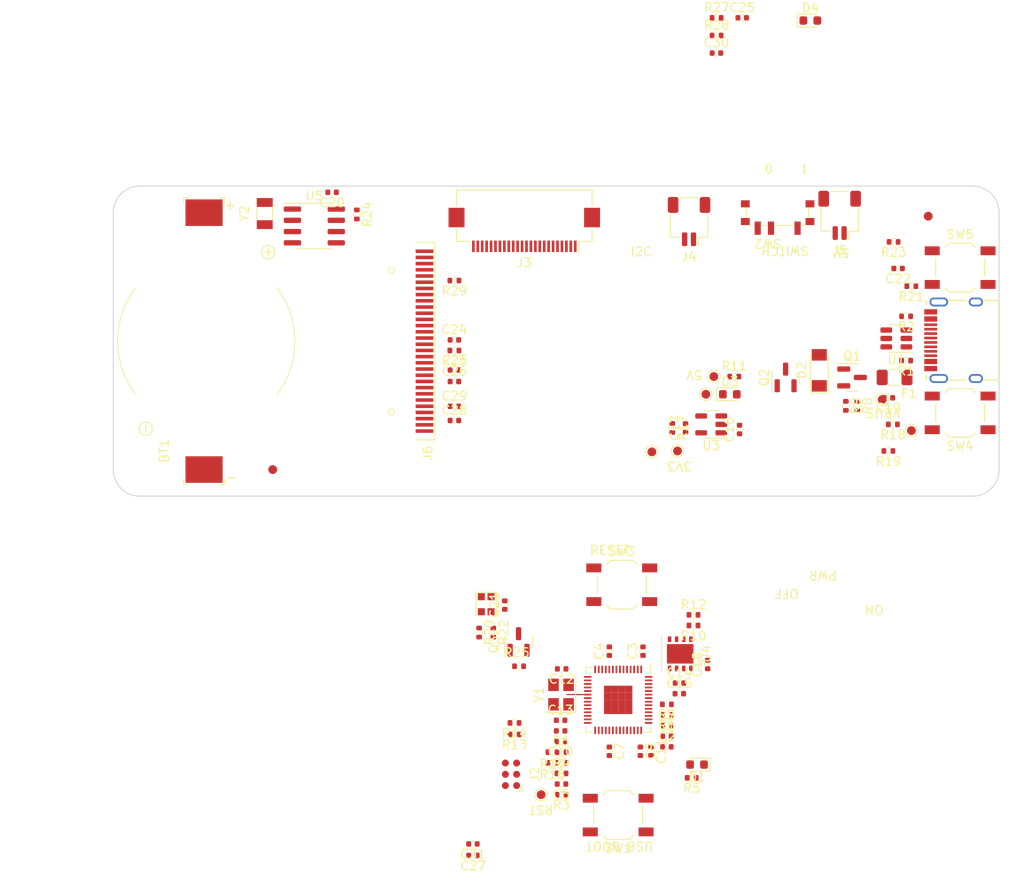
<source format=kicad_pcb>
(kicad_pcb (version 20211014) (generator pcbnew)
  (layers (0 "F.Cu" signal) (31 "B.Cu" signal) (34 "B.Paste" user) (35 "F.Paste" user) (36 "B.SilkS" user "B.Silkscreen") (37 "F.SilkS" user "F.Silkscreen") (38 "B.Mask" user) (39 "F.Mask" user) (44 "Edge.Cuts" user))
  (net 0 "")
  (net 1 "+3V3")
  (net 2 "GND")
  (net 3 "/PAGE2/~{RESET}")
  (net 4 "Net-(C10-Pad1)")
  (net 5 "Net-(C13-Pad2)")
  (net 6 "Net-(C12-Pad2)")
  (net 7 "+5V")
  (net 8 "BUTTON_0")
  (net 9 "Net-(BT1-Pad1)")
  (net 10 "BUTTON_1")
  (net 11 "/PAGE3/OLED_RST")
  (net 12 "Net-(C28-Pad2)")
  (net 13 "Net-(C29-Pad1)")
  (net 14 "Net-(C29-Pad2)")
  (net 15 "Net-(C27-Pad2)")
  (net 16 "Net-(C28-Pad1)")
  (net 17 "Net-(C31-Pad2)")
  (net 18 "GPIO26_ADC0_LDR")
  (net 19 "Net-(D1-Pad2)")
  (net 20 "Net-(D2-Pad1)")
  (net 21 "Net-(D2-Pad2)")
  (net 22 "Net-(D3-Pad2)")
  (net 23 "Net-(D4-Pad2)")
  (net 24 "Net-(F1-Pad1)")
  (net 25 "VBUS")
  (net 26 "/PAGE2/PROG1")
  (net 27 "/PAGE2/UART0_TX")
  (net 28 "/PAGE2/UART0_RX")
  (net 29 "/PAGE2/PROG2")
  (net 32 "PPS")
  (net 33 "GPIO10")
  (net 34 "GPIO11")
  (net 35 "GPIO2")
  (net 36 "GPIO3")
  (net 37 "GPIO4")
  (net 38 "GPIO5")
  (net 39 "GPIO6")
  (net 40 "GPIO7")
  (net 41 "GPIO8")
  (net 42 "/PAGE3/WS2812_DOUT")
  (net 43 "GPIO27_ADC1")
  (net 44 "GPIO28_ADC2")
  (net 45 "I2C_SDA")
  (net 46 "I2C_SCL")
  (net 47 "Net-(J1-PadA5)")
  (net 48 "Net-(J1-PadB5)")
  (net 49 "Net-(J4-Pad2)")
  (net 50 "/PAGE2/USB_D-")
  (net 51 "/PAGE2/D-")
  (net 52 "/PAGE2/USB_D+")
  (net 53 "/PAGE2/D+")
  (net 54 "PWR_OFF_SW_N")
  (net 55 "/PAGE2/~{QSPI_CS}")
  (net 56 "/PAGE2/USBBOOT")
  (net 57 "GPIO9")
  (net 59 "/PAGE2/SWCLK")
  (net 61 "/PAGE2/SWDIO")
  (net 62 "Net-(J6-Pad26)")
  (net 63 "WS2812_RGB_LED")
  (net 64 "Net-(D5-Pad3)")
  (net 65 "Net-(Q3-Pad3)")
  (net 69 "/PAGE2/QSPI_SD1")
  (net 70 "/PAGE2/QSPI_SD2")
  (net 71 "/PAGE2/QSPI_SD0")
  (net 72 "/PAGE2/QSPI_SCLK")
  (net 73 "/PAGE2/QSPI_SD3")
  (net 74 "Net-(U5-Pad1)")
  (net 75 "Net-(U5-Pad2)")
  (net 76 "Net-(R3-Pad1)")
  (net 77 "Net-(R21-Pad1)")
  (net 78 "/PAGE2/GPIO25_LED")
  (net 79 "Net-(R18-Pad1)")
  (net 80 "GPIO12_PPS")
  (net 81 "GPIO13_WS2812_RGB_LED")
  (net 82 "GPIO14_BUTTON_0")
  (net 83 "GPIO15_BUTTON_1")
  (net 84 "GPIO18")
  (net 85 "GPIO19")
  (net 86 "GPIO20")
  (net 87 "GPIO21")
  (net 88 "GPIO22")
  (net 89 "GPIO23")
  (net 90 "GPIO24")
  (net 91 "GPIO29_ADC3")
  (footprint "ftp:JLC_Tooling_Hole" (layer "F.Cu") (at 57 149)
    (fp_text reference "H1" hide)
    (fp_text value "Tooling_Hole_JLC")
  )
  (footprint "Button_Switch_SMD:SW_SPST_TL3342" (layer "F.Cu") (at 107.4 160)
    (fp_text reference "SW3")
    (fp_text value "TS-1187A-B-A-B")
  )
  (footprint "Resistor_SMD:R_0402_1005Metric" (layer "F.Cu") (at 118.11 98)
    (fp_text reference "R28")
    (fp_text value "1k")
  )
  (footprint "ftp:WS2812B-2020" (layer "F.Cu") (at 92.1 162.2 -90)
    (fp_text reference "D5" hide)
    (fp_text value "WS2812B-2020" hide)
  )
  (footprint "Resistor_SMD:R_0402_1005Metric" (layer "F.Cu") (at 112.5 174.7 180)
    (fp_text reference "R6")
    (fp_text value "22")
  )
  (footprint "ftp:OLED-128O064D_edit" (layer "F.Cu") (at 85.1375 132.5 90)
    (fp_text reference "J6")
    (fp_text value "OLED")
  )
  (footprint "Resistor_SMD:R_0402_1005Metric" (layer "F.Cu") (at 113.1 142.3 -90)
    (fp_text reference "R17")
    (fp_text value "300")
  )
  (footprint "Capacitor_SMD:C_0402_1005Metric" (layer "F.Cu") (at 112.5 175.9)
    (fp_text reference "C8")
    (fp_text value "1u")
  )
  (footprint "Resistor_SMD:R_0402_1005Metric" (layer "F.Cu") (at 115.5 163.4)
    (fp_text reference "R12")
    (fp_text value "1k")
  )
  (footprint "ftp:USB-C-16p" (layer "F.Cu") (at 142.2775 132.4 90)
    (fp_text reference "J1" hide)
    (fp_text value "USB_C_Receptacle_USB2.0")
  )
  (footprint "TestPoint:TestPoint_Pad_D1.0mm" (layer "F.Cu") (at 140.1 142.6 180)
    (fp_text reference "TP2" hide)
    (fp_text value "GND")
  )
  (footprint "Resistor_SMD:R_0402_1005Metric" (layer "F.Cu") (at 88.51 133.56 180)
    (fp_text reference "R26")
    (fp_text value "10k")
  )
  (footprint "LED_SMD:LED_0603_1608Metric" (layer "F.Cu") (at 115.9 180.3 180)
    (fp_text reference "D1")
    (fp_text value "LED")
  )
  (footprint "Resistor_SMD:R_0402_1005Metric" (layer "F.Cu") (at 91.3 165.4 -90)
    (fp_text reference "R20")
    (fp_text value "51")
  )
  (footprint "Capacitor_SMD:C_0402_1005Metric" (layer "F.Cu") (at 113.92 171.1)
    (fp_text reference "C14")
    (fp_text value "0.1u")
  )
  (footprint "Capacitor_SMD:C_0402_1005Metric" (layer "F.Cu") (at 120.7 142.48 90)
    (fp_text reference "C16")
    (fp_text value "4.7u")
  )
  (footprint "ftp:JLC_Tooling_Hole" (layer "F.Cu") (at 57 116.1)
    (fp_text reference "H2" hide)
    (fp_text value "Tooling_Hole_JLC")
  )
  (footprint "Resistor_SMD:R_0402_1005Metric" (layer "F.Cu") (at 120.1 136.5)
    (fp_text reference "R11")
    (fp_text value "2.2k")
  )
  (footprint "Capacitor_SMD:C_0402_1005Metric" (layer "F.Cu") (at 106 167.5 90)
    (fp_text reference "C4")
    (fp_text value "0.1u")
  )
  (footprint "Package_TO_SOT_SMD:SOT-23" (layer "F.Cu") (at 95.75 166.4625 90)
    (fp_text reference "Q3")
    (fp_text value "2N7002")
  )
  (footprint "master_ftp:R_0402_1005Metric_3pad" (layer "F.Cu") (at 100.6 180.1 180)
    (fp_text reference "R16")
    (fp_text value "0")
  )
  (footprint "Capacitor_SMD:C_0402_1005Metric" (layer "F.Cu") (at 88.51 137.06)
    (fp_text reference "C26")
    (fp_text value "1u")
  )
  (footprint "Capacitor_SMD:C_0402_1005Metric" (layer "F.Cu") (at 106 178.8 -90)
    (fp_text reference "C7")
    (fp_text value "0.1u")
  )
  (footprint "Resistor_SMD:R_0402_1005Metric" (layer "F.Cu") (at 138.09 121.3 180)
    (fp_text reference "R23")
    (fp_text value "10k")
  )
  (footprint "Package_SO:SOIC-8_3.9x4.9mm_P1.27mm" (layer "F.Cu") (at 72.7 119.5)
    (fp_text reference "U5")
    (fp_text value "DS1307Z+")
  )
  (footprint "Resistor_SMD:R_0402_1005Metric" (layer "F.Cu") (at 88.51 125.66 180)
    (fp_text reference "R29")
    (fp_text value "330k")
  )
  (footprint "Resistor_SMD:R_0402_1005Metric" (layer "F.Cu") (at 132.7 139.81 -90)
    (fp_text reference "R9")
    (fp_text value "100k")
  )
  (footprint "Capacitor_SMD:C_0402_1005Metric" (layer "F.Cu") (at 100.5 176.5 180)
    (fp_text reference "C6")
    (fp_text value "0.1u")
  )
  (footprint "master_ftp:R_0402_1005Metric_3pad" (layer "F.Cu") (at 100.6 178.9 180)
    (fp_text reference "R15")
    (fp_text value "0")
  )
  (footprint "Connector:Tag-Connect_TC2030-IDC-NL_2x03_P1.27mm_Vertical" (layer "F.Cu") (at 94.9 181.4 90)
    (fp_text reference "J2")
    (fp_text value "PROG")
  )
  (footprint "Resistor_SMD:R_0402_1005Metric" (layer "F.Cu") (at 118.11 96.01)
    (fp_text reference "R27")
    (fp_text value "10k")
  )
  (footprint "TestPoint:TestPoint_Pad_D1.0mm" (layer "F.Cu") (at 110.8 145 180)
    (fp_text reference "TP7" hide)
    (fp_text value "5V")
  )
  (footprint "Crystal:Crystal_SMD_3225-4Pin_3.2x2.5mm" (layer "F.Cu") (at 100.55 172.4 90)
    (fp_text reference "Y1")
    (fp_text value "XYDBPCNANF-12MHZ")
  )
  (footprint "TestPoint:TestPoint_Pad_D1.0mm" (layer "F.Cu") (at 113.7 144.9 -90)
    (fp_text reference "TP6" hide)
    (fp_text value "3V3")
  )
  (footprint "Capacitor_SMD:C_0402_1005Metric" (layer "F.Cu") (at 109.5 178.8 -90)
    (fp_text reference "C9")
    (fp_text value "0.1u")
  )
  (footprint "Capacitor_SMD:C_0402_1005Metric" (layer "F.Cu") (at 88.51 141.46)
    (fp_text reference "C28")
    (fp_text value "1u")
  )
  (footprint "Capacitor_SMD:C_0402_1005Metric" (layer "F.Cu") (at 113.9 172.3)
    (fp_text reference "C15")
    (fp_text value "0.1u")
  )
  (footprint "Capacitor_SMD:C_0402_1005Metric" (layer "F.Cu") (at 90.6 189.26 180)
    (fp_text reference "C31")
    (fp_text value "4.7u")
  )
  (footprint "Capacitor_SMD:C_0402_1005Metric" (layer "F.Cu") (at 112.5 178.3)
    (fp_text reference "C2")
    (fp_text value "1u")
  )
  (footprint "TestPoint:TestPoint_Pad_D1.0mm" (layer "F.Cu") (at 116.9 138.5 180)
    (fp_text reference "TP5" hide)
    (fp_text value "5V")
  )
  (footprint "Capacitor_SMD:C_0402_1005Metric" (layer "F.Cu") (at 90.6 190.56 180)
    (fp_text reference "C27")
    (fp_text value "2.2u")
  )
  (footprint "Capacitor_SMD:C_0402_1005Metric" (layer "F.Cu") (at 88.51 135.76)
    (fp_text reference "C23")
    (fp_text value "1u")
  )
  (footprint "Capacitor_SMD:C_0402_1005Metric" (layer "F.Cu") (at 117.1 169 90)
    (fp_text reference "C18")
    (fp_text value "1u")
  )
  (footprint "TestPoint:TestPoint_Pad_D1.0mm" (layer "F.Cu") (at 98.3 183.7 180)
    (fp_text reference "TP3" hide)
    (fp_text value "RST")
  )
  (footprint "MountingHole:MountingHole_2.7mm_M2.5" (layer "F.Cu") (at 53 147)
    (fp_text reference "H5" hide)
    (fp_text value "Mounting_Hole")
  )
  (footprint "Package_SON:WSON-8-1EP_4x4mm_P0.8mm_EP2.2x3mm" (layer "F.Cu") (at 114 167.8 -90)
    (fp_text reference "U4")
    (fp_text value "W25Q64JV")
  )
  (footprint "Capacitor_SMD:C_0402_1005Metric" (layer "F.Cu") (at 88.51 132.36)
    (fp_text reference "C24")
    (fp_text value "0.1u")
  )
  (footprint "Connector_JST:JST_SH_SM02B-SRSS-TB_1x02-1MP_P1.00mm_Horizontal" (layer "F.Cu") (at 132 118.3 180)
    (fp_text reference "J5")
    (fp_text value "5V")
  )
  (footprint "Resistor_SMD:R_0402_1005Metric" (layer "F.Cu") (at 140.09 126.3 180)
    (fp_text reference "R21")
    (fp_text value "1k")
  )
  (footprint "Capacitor_SMD:C_0402_1005Metric" (layer "F.Cu") (at 88.51 139.86)
    (fp_text reference "C29")
    (fp_text value "1u")
  )
  (footprint "Capacitor_SMD:C_0402_1005Metric" (layer "F.Cu") (at 100.5 175.3)
    (fp_text reference "C13")
    (fp_text value "10p")
  )
  (footprint "Resistor_SMD:R_0402_1005Metric" (layer "F.Cu") (at 115.5 164.6 180)
    (fp_text reference "R10")
    (fp_text value "10k")
  )
  (footprint "ftp:JLC_Tooling_Hole" (layer "F.Cu") (at 143 116)
    (fp_text reference "H3" hide)
    (fp_text value "Tooling_Hole_JLC")
  )
  (footprint "Capacitor_SMD:C_0402_1005Metric" (layer "F.Cu") (at 74.7 115.7 180)
    (fp_text reference "C20")
    (fp_text value "1u")
  )
  (footprint "Resistor_SMD:R_0402_1005Metric" (layer "F.Cu") (at 137.5 144.9 180)
    (fp_text reference "R19")
    (fp_text value "10k")
  )
  (footprint "Connector_JST:JST_SH_SM02B-SRSS-TB_1x02-1MP_P1.00mm_Horizontal" (layer "F.Cu") (at 115 119 180)
    (fp_text reference "J4")
    (fp_text value "5V")
  )
  (footprint "MountingHole:MountingHole_2.7mm_M2.5" (layer "F.Cu") (at 147 118)
    (fp_text reference "H6" hide)
    (fp_text value "Mounting_Hole")
  )
  (footprint "Capacitor_SMD:C_0402_1005Metric" (layer "F.Cu") (at 100.5 177.7 180)
    (fp_text reference "C10")
    (fp_text value "0.1u")
  )
  (footprint "Capacitor_SMD:C_0402_1005Metric" (layer "F.Cu") (at 112.5 177.1)
    (fp_text reference "C1")
    (fp_text value "10u")
  )
  (footprint "ftp:QFN-56_EP_7x7_Pitch0.4mm" (layer "F.Cu") (at 107 173 -90)
    (fp_text reference "U2" hide)
    (fp_text value "RP2040")
  )
  (footprint "Resistor_SMD:R_0402_1005Metric" (layer "F.Cu") (at 92.9 165.4 -90)
    (fp_text reference "R22")
    (fp_text value "10k")
  )
  (footprint "Resistor_SMD:R_0402_1005Metric" (layer "F.Cu") (at 95.3 176.9 180)
    (fp_text reference "R13")
    (fp_text value "4.7k")
  )
  (footprint "Resistor_SMD:R_0402_1005Metric" (layer "F.Cu") (at 95.81 169.2)
    (fp_text reference "R25")
    (fp_text value "10k")
  )
  (footprint "Resistor_SMD:R_0402_1005Metric" (layer "F.Cu") (at 139.5 134.7 180)
    (fp_text reference "R1")
    (fp_text value "5.1k")
  )
  (footprint "Resistor_SMD:R_0402_1005Metric" (layer "F.Cu") (at 100.6 181.3)
    (fp_text reference "R4")
    (fp_text value "10k")
  )
  (footprint "Connector_FFC-FPC:Hirose_FH12-24S-0.5SH_1x24-1MP_P0.50mm_Horizontal" (layer "F.Cu") (at 96.4 119.95 180)
    (fp_text reference "J3")
    (fp_text value "FFC 24")
  )
  (footprint "Capacitor_SMD:C_0402_1005Metric" (layer "F.Cu") (at 138.6 124.3 180)
    (fp_text reference "C22")
    (fp_text value "0.1u")
  )
  (footprint "Resistor_SMD:R_0402_1005Metric" (layer "F.Cu") (at 115.3 181.8 180)
    (fp_text reference "R5")
    (fp_text value "2.2k")
  )
  (footprint "ftp:Q&J_CR2032-BS-6-1" (layer "F.Cu") (at 60.25 148.5 90)
    (fp_text reference "BT1")
    (fp_text value "CR2032")
  )
  (footprint "Package_TO_SOT_SMD:SOT-23" (layer "F.Cu") (at 133.4 136.6)
    (fp_text reference "Q1")
    (fp_text value "AO3401A")
  )
  (footprint "TestPoint:TestPoint_Pad_D1.0mm" (layer "F.Cu") (at 136.8 139.1 180)
    (fp_text reference "TP1" hide)
    (fp_text value "VBUS")
  )
  (footprint "Button_Switch_SMD:SW_SPST_TL3342" (layer "F.Cu") (at 107 186 180)
    (fp_text reference "SW1")
    (fp_text value "TS-1187A-B-A-B")
  )
  (footprint "LED_SMD:LED_0603_1608Metric" (layer "F.Cu") (at 128.69 96.31)
    (fp_text reference "D4")
    (fp_text value "LED")
  )
  (footprint "Capacitor_SMD:C_0402_1005Metric" (layer "F.Cu") (at 100.6 182.5 180)
    (fp_text reference "C5")
    (fp_text value "0.1u")
  )
  (footprint "Resistor_SMD:R_0402_1005Metric" (layer "F.Cu") (at 139.5 129.7 180)
    (fp_text reference "R2")
    (fp_text value "5.1k")
  )
  (footprint "Fuse:Fuse_1206_3216Metric" (layer "F.Cu") (at 138.2 136.6 180)
    (fp_text reference "F1")
    (fp_text value "12V 3A")
  )
  (footprint "TestPoint:TestPoint_Pad_D1.0mm" (layer "F.Cu") (at 117.8 136.5 180)
    (fp_text reference "TP4" hide)
    (fp_text value "5V")
  )
  (footprint "Package_TO_SOT_SMD:SOT-23" (layer "F.Cu") (at 125.9 136.6 90)
    (fp_text reference "Q2")
    (fp_text value "AO3401A")
  )
  (footprint "Resistor_SMD:R_0402_1005Metric" (layer "F.Cu") (at 77.5 118.2 -90)
    (fp_text reference "R24")
    (fp_text value "10k")
  )
  (footprint "Fiducial:Fiducial_1mm_Mask2mm" (layer "F.Cu") (at 142 118.4)
    (fp_text reference "FID1" hide)
    (fp_text value "Fiducial")
  )
  (footprint "Capacitor_SMD:C_0402_1005Metric" (layer "F.Cu") (at 94.2 162.3 90)
    (fp_text reference "C21")
    (fp_text value "1u")
  )
  (footprint "Capacitor_SMD:C_0402_1005Metric" (layer "F.Cu") (at 110.7 178.8 -90)
    (fp_text reference "C11")
    (fp_text value "0.1u")
  )
  (footprint "MountingHole:MountingHole_2.7mm_M2.5" (layer "F.Cu") (at 53 118)
    (fp_text reference "H4" hide)
    (fp_text value "Mounting_Hole")
  )
  (footprint "LED_SMD:LED_0603_1608Metric" (layer "F.Cu") (at 119.6 138.5)
    (fp_text reference "D3")
    (fp_text value "LED")
  )
  (footprint "Fiducial:Fiducial_1mm_Mask2mm" (layer "F.Cu") (at 68 147)
    (fp_text reference "FID2" hide)
    (fp_text value "Fiducial")
  )
  (footprint "Resistor_SMD:R_0402_1005Metric" (layer "F.Cu") (at 138.01 141.9 180)
    (fp_text reference "R18")
    (fp_text value "1k")
  )
  (footprint "Diode_SMD:D_MiniMELF" (layer "F.Cu") (at 129.7 135.8 90)
    (fp_text reference "D2")
    (fp_text value "5.6V")
  )
  (footprint "ftp:SSSS811101" (layer "F.Cu") (at 125 118 180)
    (fp_text reference "SW2")
    (fp_text value "SSSS811101")
  )
  (footprint "Resistor_SMD:R_0402_1005Metric" (layer "F.Cu") (at 95.3 175.6 180)
    (fp_text reference "R14")
    (fp_text value "4.7k")
  )
  (footprint "Capacitor_SMD:C_0402_1005Metric" (layer "F.Cu") (at 109.8 167.5 90)
    (fp_text reference "C3")
    (fp_text value "0.1u")
  )
  (footprint "Package_TO_SOT_SMD:SOT-23-6" (layer "F.Cu") (at 138.4 132.2 180)
    (fp_text reference "U1")
    (fp_text value "SRV05-4")
  )
  (footprint "Capacitor_SMD:C_0402_1005Metric" (layer "F.Cu") (at 121 96)
    (fp_text reference "C25")
    (fp_text value "1u")
  )
  (footprint "MountingHole:MountingHole_2.7mm_M2.5" (layer "F.Cu") (at 147 147)
    (fp_text reference "H7" hide)
    (fp_text value "Mounting_Hole")
  )
  (footprint "Capacitor_SMD:C_0402_1005Metric" (layer "F.Cu") (at 100.62 169.5 180)
    (fp_text reference "C12")
    (fp_text value "10p")
  )
  (footprint "Crystal:Crystal_SMD_3215-2Pin_3.2x1.5mm" (layer "F.Cu") (at 67.1 118.1 -90)
    (fp_text reference "Y2")
    (fp_text value "32.768kHz")
  )
  (footprint "Package_TO_SOT_SMD:SOT-23-5" (layer "F.Cu") (at 117.5 141.9 180)
    (fp_text reference "U3")
    (fp_text value "RT9080-33GJ5")
  )
  (footprint "Capacitor_SMD:C_0402_1005Metric" (layer "F.Cu") (at 114.6 142.3 90)
    (fp_text reference "C17")
    (fp_text value "4.7u")
  )
  (footprint "Capacitor_SMD:C_0402_1005Metric" (layer "F.Cu") (at 118.09 99.98)
    (fp_text reference "C30")
    (fp_text value "0.1u")
  )
  (footprint "Resistor_SMD:R_0402_1005Metric" (layer "F.Cu") (at 100.6 183.7 180)
    (fp_text reference "R3")
    (fp_text value "1k")
  )
  (footprint "Button_Switch_SMD:SW_SPST_TL3342" (layer "F.Cu") (at 145.6 140.6 180)
    (fp_text reference "SW4")
    (fp_text value "TS-1187A-B-A-B")
  )
  (footprint "Button_Switch_SMD:SW_SPST_TL3342" (layer "F.Cu") (at 145.6 124.2)
    (fp_text reference "SW5")
    (fp_text value "TS-1187A-B-A-B")
  )
  (footprint "Capacitor_SMD:C_0402_1005Metric" (layer "F.Cu") (at 137.5 138.9 180)
    (fp_text reference "C19")
    (fp_text value "0.1u")
  )
  (footprint "Resistor_SMD:R_0402_1005Metric" (layer "F.Cu") (at 134 139.81 -90)
    (fp_text reference "R8")
    (fp_text value "100k")
  )
  (footprint "Resistor_SMD:R_0402_1005Metric" (layer "F.Cu") (at 112.5 173.5 180)
    (fp_text reference "R7")
    (fp_text value "22")
  )
  (gr_line (start 150 147) (end 150 118) (layer "Edge.Cuts") (width 0.1))
  (gr_arc (start 53 150) (mid 50.87868 149.12132) (end 50 147) (layer "Edge.Cuts") (width 0.1))
  (gr_arc locked (start 150 147) (mid 149.12132 149.12132) (end 147 150) (layer "Edge.Cuts") (width 0.1))
  (gr_line (start 53 150) (end 147 150) (layer "Edge.Cuts") (width 0.1))
  (gr_line (start 147 115) (end 53 115) (layer "Edge.Cuts") (width 0.1))
  (gr_arc (start 147 115) (mid 149.12132 115.87868) (end 150 118) (layer "Edge.Cuts") (width 0.1))
  (gr_arc (start 50 118) (mid 50.87868 115.87868) (end 53 115) (layer "Edge.Cuts") (width 0.1))
  (gr_line (start 50 118) (end 50 147) (layer "Edge.Cuts") (width 0.1))
  (gr_text "3V3" (at 113.9 146.6 180) (layer "F.SilkS") (effects (font (size 1 1))))
  (gr_text "RST" (at 98.3 185.4 180) (layer "F.SilkS") (effects (font (size 1 1))))
  (gr_text "0" (at 124 113 180) (layer "F.SilkS") (effects (font (size 1 1))))
  (gr_text "5V" (at 132.2 122.5 180) (layer "F.SilkS") (effects (font (size 1 1))))
  (gr_text "VBUS" (at 136.9 140.6 180) (layer "F.SilkS") (effects (font (size 1 1))))
  (gr_text "RESET" (at 106.0625 156.1) (layer "F.SilkS") (effects (font (size 1 1))))
  (gr_text "5V" (at 115.6 136.3 180) (layer "F.SilkS") (effects (font (size 1 1))))
  (gr_text "OFF\n" (at 126 161 180) (layer "F.SilkS") (effects (font (size 1 1))))
  (gr_text "PWR" (at 130.1 158.92 180) (layer "F.SilkS") (effects (font (size 1 1))))
  (gr_text "I" (at 128 113 180) (layer "F.SilkS") (effects (font (size 1 1))))
  (gr_text "SWITCH" (at 125.8 122.3 180) (layer "F.SilkS") (effects (font (size 1 1))))
  (gr_text "I2C" (at 109.6 122.4) (layer "F.SilkS") (effects (font (size 1 1))))
  (gr_text "ON" (at 135.9 162.82 180) (layer "F.SilkS") (effects (font (size 1 1))))
  (gr_text "USB BOOT" (at 107.1625 189.5 180) (layer "F.SilkS") (effects (font (size 1 1))))
  (segment (start 103.5625 172.4) (end 101.2 172.4) (width 0.127) (layer "F.Cu") (net 6))
)
</source>
